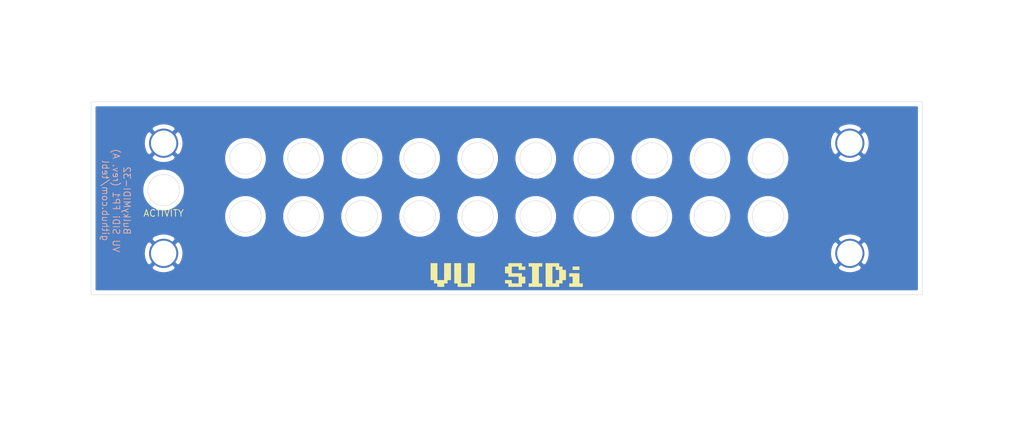
<source format=kicad_pcb>
(kicad_pcb (version 20171130) (host pcbnew "(5.1.8)-1")

  (general
    (thickness 1.6)
    (drawings 27)
    (tracks 0)
    (zones 0)
    (modules 5)
    (nets 2)
  )

  (page A4)
  (layers
    (0 F.Cu signal)
    (31 B.Cu signal)
    (32 B.Adhes user)
    (33 F.Adhes user)
    (34 B.Paste user)
    (35 F.Paste user)
    (36 B.SilkS user)
    (37 F.SilkS user)
    (38 B.Mask user)
    (39 F.Mask user)
    (40 Dwgs.User user)
    (41 Cmts.User user)
    (42 Eco1.User user)
    (43 Eco2.User user)
    (44 Edge.Cuts user)
    (45 Margin user)
    (46 B.CrtYd user)
    (47 F.CrtYd user)
    (48 B.Fab user hide)
    (49 F.Fab user)
  )

  (setup
    (last_trace_width 0.25)
    (trace_clearance 0.2)
    (zone_clearance 0.508)
    (zone_45_only no)
    (trace_min 0.2)
    (via_size 0.8)
    (via_drill 0.4)
    (via_min_size 0.4)
    (via_min_drill 0.3)
    (uvia_size 0.3)
    (uvia_drill 0.1)
    (uvias_allowed no)
    (uvia_min_size 0.2)
    (uvia_min_drill 0.1)
    (edge_width 0.05)
    (segment_width 0.2)
    (pcb_text_width 0.3)
    (pcb_text_size 1.5 1.5)
    (mod_edge_width 0.12)
    (mod_text_size 1 1)
    (mod_text_width 0.15)
    (pad_size 1.524 1.524)
    (pad_drill 0.762)
    (pad_to_mask_clearance 0)
    (aux_axis_origin 0 0)
    (grid_origin 141.09 121.579)
    (visible_elements 7FFFFFFF)
    (pcbplotparams
      (layerselection 0x011fc_ffffffff)
      (usegerberextensions true)
      (usegerberattributes false)
      (usegerberadvancedattributes false)
      (creategerberjobfile false)
      (excludeedgelayer true)
      (linewidth 0.100000)
      (plotframeref false)
      (viasonmask false)
      (mode 1)
      (useauxorigin false)
      (hpglpennumber 1)
      (hpglpenspeed 20)
      (hpglpendiameter 15.000000)
      (psnegative false)
      (psa4output false)
      (plotreference true)
      (plotvalue true)
      (plotinvisibletext false)
      (padsonsilk false)
      (subtractmaskfromsilk false)
      (outputformat 1)
      (mirror false)
      (drillshape 0)
      (scaleselection 1)
      (outputdirectory "export/"))
  )

  (net 0 "")
  (net 1 "Net-(M1-Pad1)")

  (net_class Default "This is the default net class."
    (clearance 0.2)
    (trace_width 0.25)
    (via_dia 0.8)
    (via_drill 0.4)
    (uvia_dia 0.3)
    (uvia_drill 0.1)
    (add_net "Net-(M1-Pad1)")
  )

  (net_class PWR ""
    (clearance 0.2)
    (trace_width 0.381)
    (via_dia 0.8)
    (via_drill 0.4)
    (uvia_dia 0.3)
    (uvia_drill 0.1)
  )

  (module "artwork:VU SIDi" locked (layer F.Cu) (tedit 0) (tstamp 62875537)
    (at 141.09 131.8025)
    (fp_text reference G*** (at 0 0) (layer F.SilkS) hide
      (effects (font (size 1.524 1.524) (thickness 0.3)))
    )
    (fp_text value LOGO (at 0.75 0) (layer F.SilkS) hide
      (effects (font (size 1.524 1.524) (thickness 0.3)))
    )
    (fp_poly (pts (xy -8.33954 0.610211) (xy -7.525926 0.610211) (xy -7.525926 -1.423823) (xy -6.712313 -1.423823)
      (xy -6.712313 0.610211) (xy -7.119119 0.610211) (xy -7.119119 1.017017) (xy -7.525926 1.017017)
      (xy -7.525926 1.423824) (xy -8.33954 1.423824) (xy -8.33954 1.017017) (xy -8.746347 1.017017)
      (xy -8.746347 0.610211) (xy -9.153153 0.610211) (xy -9.153153 -1.423823) (xy -8.33954 -1.423823)
      (xy -8.33954 0.610211)) (layer F.SilkS) (width 0.01))
    (fp_poly (pts (xy -5.491892 1.017017) (xy -4.678279 1.017017) (xy -4.678279 -1.423823) (xy -3.864665 -1.423823)
      (xy -3.864665 1.017017) (xy -4.271472 1.017017) (xy -4.271472 1.423824) (xy -5.898699 1.423824)
      (xy -5.898699 1.017017) (xy -6.305506 1.017017) (xy -6.305506 -1.423823) (xy -5.491892 -1.423823)
      (xy -5.491892 1.017017)) (layer F.SilkS) (width 0.01))
    (fp_poly (pts (xy 1.83063 -1.017017) (xy 2.237437 -1.017017) (xy 2.237437 -0.61021) (xy 1.423823 -0.61021)
      (xy 1.423823 -1.017017) (xy 0.61021 -1.017017) (xy 0.61021 -0.203403) (xy 1.83063 -0.203403)
      (xy 1.83063 0.203404) (xy 2.237437 0.203404) (xy 2.237437 1.017017) (xy 1.83063 1.017017)
      (xy 1.83063 1.423824) (xy 0.203403 1.423824) (xy 0.203403 1.017017) (xy -0.203404 1.017017)
      (xy -0.203404 0.610211) (xy 0.61021 0.610211) (xy 0.61021 1.017017) (xy 1.423823 1.017017)
      (xy 1.423823 0.203404) (xy 0.203403 0.203404) (xy 0.203403 -0.203403) (xy -0.203404 -0.203403)
      (xy -0.203404 -1.017017) (xy 0.203403 -1.017017) (xy 0.203403 -1.423823) (xy 1.83063 -1.423823)
      (xy 1.83063 -1.017017)) (layer F.SilkS) (width 0.01))
    (fp_poly (pts (xy 4.271471 -1.017017) (xy 3.864664 -1.017017) (xy 3.864664 1.017017) (xy 4.271471 1.017017)
      (xy 4.271471 1.423824) (xy 2.644244 1.423824) (xy 2.644244 1.017017) (xy 3.051051 1.017017)
      (xy 3.051051 -1.017017) (xy 2.644244 -1.017017) (xy 2.644244 -1.423823) (xy 4.271471 -1.423823)
      (xy 4.271471 -1.017017)) (layer F.SilkS) (width 0.01))
    (fp_poly (pts (xy 6.305505 -1.017017) (xy 6.712312 -1.017017) (xy 6.712312 -0.61021) (xy 7.119119 -0.61021)
      (xy 7.119119 0.610211) (xy 6.712312 0.610211) (xy 6.712312 1.017017) (xy 6.305505 1.017017)
      (xy 6.305505 1.423824) (xy 4.678278 1.423824) (xy 4.678278 -1.017017) (xy 5.491892 -1.017017)
      (xy 5.491892 1.017017) (xy 5.898698 1.017017) (xy 5.898698 0.610211) (xy 6.305505 0.610211)
      (xy 6.305505 -0.61021) (xy 5.898698 -0.61021) (xy 5.898698 -1.017017) (xy 5.491892 -1.017017)
      (xy 4.678278 -1.017017) (xy 4.678278 -1.423823) (xy 6.305505 -1.423823) (xy 6.305505 -1.017017)) (layer F.SilkS) (width 0.01))
    (fp_poly (pts (xy 8.746346 1.017017) (xy 9.153153 1.017017) (xy 9.153153 1.423824) (xy 7.525926 1.423824)
      (xy 7.525926 1.017017) (xy 7.932732 1.017017) (xy 7.932732 0.203404) (xy 7.525926 0.203404)
      (xy 7.525926 -0.203403) (xy 8.746346 -0.203403) (xy 8.746346 1.017017)) (layer F.SilkS) (width 0.01))
    (fp_poly (pts (xy 8.746346 -0.61021) (xy 7.932732 -0.61021) (xy 7.932732 -1.017017) (xy 8.746346 -1.017017)
      (xy 8.746346 -0.61021)) (layer F.SilkS) (width 0.01))
  )

  (module mounting:M3_pin (layer F.Cu) (tedit 5F76331A) (tstamp 6282A424)
    (at 99.815 129.199)
    (descr "module 1 pin (ou trou mecanique de percage)")
    (tags DEV)
    (path /6282631C)
    (fp_text reference M1 (at 3.048 0) (layer F.Fab) hide
      (effects (font (size 1 1) (thickness 0.15)))
    )
    (fp_text value Mounting_Pin (at 0 3) (layer F.Fab) hide
      (effects (font (size 1 1) (thickness 0.15)))
    )
    (fp_circle (center 0 0) (end 2 0.8) (layer F.Fab) (width 0.1))
    (fp_circle (center 0 0) (end 2.6 0) (layer F.CrtYd) (width 0.05))
    (pad 1 thru_hole circle (at 0 0) (size 3.5 3.5) (drill 3.048) (layers *.Cu *.Mask)
      (net 1 "Net-(M1-Pad1)") (solder_mask_margin 0.8))
  )

  (module mounting:M3_pin (layer F.Cu) (tedit 5F76331A) (tstamp 6282A42B)
    (at 182.365 129.199)
    (descr "module 1 pin (ou trou mecanique de percage)")
    (tags DEV)
    (path /62826824)
    (fp_text reference M2 (at 0 -3.048) (layer F.Fab) hide
      (effects (font (size 1 1) (thickness 0.15)))
    )
    (fp_text value Mounting_Pin (at 0 3) (layer F.Fab) hide
      (effects (font (size 1 1) (thickness 0.15)))
    )
    (fp_circle (center 0 0) (end 2.6 0) (layer F.CrtYd) (width 0.05))
    (fp_circle (center 0 0) (end 2 0.8) (layer F.Fab) (width 0.1))
    (pad 1 thru_hole circle (at 0 0) (size 3.5 3.5) (drill 3.048) (layers *.Cu *.Mask)
      (net 1 "Net-(M1-Pad1)") (solder_mask_margin 0.8))
  )

  (module mounting:M3_pin (layer F.Cu) (tedit 5F76331A) (tstamp 6282A432)
    (at 182.365 115.949)
    (descr "module 1 pin (ou trou mecanique de percage)")
    (tags DEV)
    (path /62826D8F)
    (fp_text reference M3 (at 0 -3.048) (layer F.Fab) hide
      (effects (font (size 1 1) (thickness 0.15)))
    )
    (fp_text value Mounting_Pin (at 0 3) (layer F.Fab) hide
      (effects (font (size 1 1) (thickness 0.15)))
    )
    (fp_circle (center 0 0) (end 2 0.8) (layer F.Fab) (width 0.1))
    (fp_circle (center 0 0) (end 2.6 0) (layer F.CrtYd) (width 0.05))
    (pad 1 thru_hole circle (at 0 0) (size 3.5 3.5) (drill 3.048) (layers *.Cu *.Mask)
      (net 1 "Net-(M1-Pad1)") (solder_mask_margin 0.8))
  )

  (module mounting:M3_pin (layer F.Cu) (tedit 5F76331A) (tstamp 6282A439)
    (at 99.815 115.949)
    (descr "module 1 pin (ou trou mecanique de percage)")
    (tags DEV)
    (path /62827110)
    (fp_text reference M4 (at 0 -3.048) (layer F.Fab) hide
      (effects (font (size 1 1) (thickness 0.15)))
    )
    (fp_text value Mounting_Pin (at 0 3) (layer F.Fab) hide
      (effects (font (size 1 1) (thickness 0.15)))
    )
    (fp_circle (center 0 0) (end 2.6 0) (layer F.CrtYd) (width 0.05))
    (fp_circle (center 0 0) (end 2 0.8) (layer F.Fab) (width 0.1))
    (pad 1 thru_hole circle (at 0 0) (size 3.5 3.5) (drill 3.048) (layers *.Cu *.Mask)
      (net 1 "Net-(M1-Pad1)") (solder_mask_margin 0.8))
  )

  (gr_circle (center 172.5225 124.754) (end 174.4225 124.754) (layer Edge.Cuts) (width 0.05) (tstamp 6286F378))
  (gr_circle (center 165.5375 124.754) (end 167.4375 124.754) (layer Edge.Cuts) (width 0.05) (tstamp 6286F378))
  (gr_circle (center 158.5525 124.754) (end 160.4525 124.754) (layer Edge.Cuts) (width 0.05) (tstamp 6286F378))
  (gr_circle (center 151.5675 124.754) (end 153.4675 124.754) (layer Edge.Cuts) (width 0.05) (tstamp 6286F378))
  (gr_circle (center 144.5825 124.754) (end 146.4825 124.754) (layer Edge.Cuts) (width 0.05) (tstamp 6286F378))
  (gr_circle (center 137.5975 124.754) (end 139.4975 124.754) (layer Edge.Cuts) (width 0.05) (tstamp 6286F378))
  (gr_circle (center 130.6125 124.754) (end 132.5125 124.754) (layer Edge.Cuts) (width 0.05) (tstamp 6286F378))
  (gr_circle (center 123.6275 124.754) (end 125.5275 124.754) (layer Edge.Cuts) (width 0.05) (tstamp 6286F378))
  (gr_circle (center 116.6425 124.754) (end 118.5425 124.754) (layer Edge.Cuts) (width 0.05) (tstamp 6286F378))
  (gr_circle (center 172.5225 117.769) (end 174.4225 117.769) (layer Edge.Cuts) (width 0.05) (tstamp 6286F378))
  (gr_circle (center 165.5375 117.769) (end 167.4375 117.769) (layer Edge.Cuts) (width 0.05) (tstamp 6286F378))
  (gr_circle (center 158.5525 117.769) (end 160.4525 117.769) (layer Edge.Cuts) (width 0.05) (tstamp 6286F378))
  (gr_circle (center 151.5675 117.769) (end 153.4675 117.769) (layer Edge.Cuts) (width 0.05) (tstamp 6286F378))
  (gr_circle (center 144.5825 117.769) (end 146.4825 117.769) (layer Edge.Cuts) (width 0.05) (tstamp 6286F378))
  (gr_circle (center 137.5975 117.769) (end 139.4975 117.769) (layer Edge.Cuts) (width 0.05) (tstamp 6286F378))
  (gr_circle (center 130.6125 117.769) (end 132.5125 117.769) (layer Edge.Cuts) (width 0.05) (tstamp 6286F378))
  (gr_circle (center 123.691 117.769) (end 125.591 117.769) (layer Edge.Cuts) (width 0.05) (tstamp 6286F378))
  (gr_circle (center 116.6425 117.769) (end 118.5425 117.769) (layer Edge.Cuts) (width 0.05) (tstamp 6286F378))
  (gr_circle (center 109.6575 117.769) (end 111.5575 117.769) (layer Edge.Cuts) (width 0.05) (tstamp 6286F378))
  (gr_circle (center 109.6575 124.754) (end 111.5575 124.754) (layer Edge.Cuts) (width 0.05) (tstamp 6286F2EE))
  (gr_text ACTIVITY (at 99.815 124.373) (layer F.SilkS) (tstamp 6286F27F)
    (effects (font (size 0.8 0.8) (thickness 0.1)))
  )
  (gr_circle (center 99.815 121.579) (end 101.715 121.579) (layer Edge.Cuts) (width 0.05) (tstamp 6286F27E))
  (gr_text "BulkyMIDI-32\nVU SIDi FP1 (rev. A)\ngithub.com/tebl" (at 94.1 122.849 270) (layer B.SilkS)
    (effects (font (size 0.8 0.8) (thickness 0.1)) (justify mirror))
  )
  (gr_line (start 191.09 110.974) (end 91.09 110.974) (layer Edge.Cuts) (width 0.05) (tstamp 6282E721))
  (gr_line (start 91.09 134.174) (end 191.09 134.174) (layer Edge.Cuts) (width 0.05) (tstamp 6282E1A2))
  (gr_line (start 91.09 110.974) (end 91.09 134.174) (layer Edge.Cuts) (width 0.05))
  (gr_line (start 191.09 134.174) (end 191.09 110.974) (layer Edge.Cuts) (width 0.05))

  (zone (net 1) (net_name "Net-(M1-Pad1)") (layer B.Cu) (tstamp 0) (hatch edge 0.508)
    (connect_pads (clearance 0.508))
    (min_thickness 0.254)
    (fill yes (arc_segments 32) (thermal_gap 0.508) (thermal_bridge_width 0.508))
    (polygon
      (pts
        (xy 203.32 151.424) (xy 80.13 151.424) (xy 80.13 98.719) (xy 203.32 98.719)
      )
    )
    (filled_polygon
      (pts
        (xy 190.43 133.514) (xy 91.75 133.514) (xy 91.75 130.868609) (xy 98.324997 130.868609) (xy 98.511073 131.209766)
        (xy 98.928409 131.425513) (xy 99.379815 131.555696) (xy 99.847946 131.595313) (xy 100.314811 131.542842) (xy 100.762468 131.400297)
        (xy 101.118927 131.209766) (xy 101.305003 130.868609) (xy 180.874997 130.868609) (xy 181.061073 131.209766) (xy 181.478409 131.425513)
        (xy 181.929815 131.555696) (xy 182.397946 131.595313) (xy 182.864811 131.542842) (xy 183.312468 131.400297) (xy 183.668927 131.209766)
        (xy 183.855003 130.868609) (xy 182.365 129.378605) (xy 180.874997 130.868609) (xy 101.305003 130.868609) (xy 99.815 129.378605)
        (xy 98.324997 130.868609) (xy 91.75 130.868609) (xy 91.75 129.231946) (xy 97.418687 129.231946) (xy 97.471158 129.698811)
        (xy 97.613703 130.146468) (xy 97.804234 130.502927) (xy 98.145391 130.689003) (xy 99.635395 129.199) (xy 99.994605 129.199)
        (xy 101.484609 130.689003) (xy 101.825766 130.502927) (xy 102.041513 130.085591) (xy 102.171696 129.634185) (xy 102.205736 129.231946)
        (xy 179.968687 129.231946) (xy 180.021158 129.698811) (xy 180.163703 130.146468) (xy 180.354234 130.502927) (xy 180.695391 130.689003)
        (xy 182.185395 129.199) (xy 182.544605 129.199) (xy 184.034609 130.689003) (xy 184.375766 130.502927) (xy 184.591513 130.085591)
        (xy 184.721696 129.634185) (xy 184.761313 129.166054) (xy 184.708842 128.699189) (xy 184.566297 128.251532) (xy 184.375766 127.895073)
        (xy 184.034609 127.708997) (xy 182.544605 129.199) (xy 182.185395 129.199) (xy 180.695391 127.708997) (xy 180.354234 127.895073)
        (xy 180.138487 128.312409) (xy 180.008304 128.763815) (xy 179.968687 129.231946) (xy 102.205736 129.231946) (xy 102.211313 129.166054)
        (xy 102.158842 128.699189) (xy 102.016297 128.251532) (xy 101.825766 127.895073) (xy 101.484609 127.708997) (xy 99.994605 129.199)
        (xy 99.635395 129.199) (xy 98.145391 127.708997) (xy 97.804234 127.895073) (xy 97.588487 128.312409) (xy 97.458304 128.763815)
        (xy 97.418687 129.231946) (xy 91.75 129.231946) (xy 91.75 127.529391) (xy 98.324997 127.529391) (xy 99.815 129.019395)
        (xy 101.305003 127.529391) (xy 180.874997 127.529391) (xy 182.365 129.019395) (xy 183.855003 127.529391) (xy 183.668927 127.188234)
        (xy 183.251591 126.972487) (xy 182.800185 126.842304) (xy 182.332054 126.802687) (xy 181.865189 126.855158) (xy 181.417532 126.997703)
        (xy 181.061073 127.188234) (xy 180.874997 127.529391) (xy 101.305003 127.529391) (xy 101.118927 127.188234) (xy 100.701591 126.972487)
        (xy 100.250185 126.842304) (xy 99.782054 126.802687) (xy 99.315189 126.855158) (xy 98.867532 126.997703) (xy 98.511073 127.188234)
        (xy 98.324997 127.529391) (xy 91.75 127.529391) (xy 91.75 124.501116) (xy 107.089923 124.501116) (xy 107.089923 125.006884)
        (xy 107.188594 125.502934) (xy 107.382143 125.970204) (xy 107.663133 126.390735) (xy 108.020765 126.748367) (xy 108.441296 127.029357)
        (xy 108.908566 127.222906) (xy 109.404616 127.321577) (xy 109.910384 127.321577) (xy 110.406434 127.222906) (xy 110.873704 127.029357)
        (xy 111.294235 126.748367) (xy 111.651867 126.390735) (xy 111.932857 125.970204) (xy 112.126406 125.502934) (xy 112.225077 125.006884)
        (xy 112.225077 124.501116) (xy 114.074923 124.501116) (xy 114.074923 125.006884) (xy 114.173594 125.502934) (xy 114.367143 125.970204)
        (xy 114.648133 126.390735) (xy 115.005765 126.748367) (xy 115.426296 127.029357) (xy 115.893566 127.222906) (xy 116.389616 127.321577)
        (xy 116.895384 127.321577) (xy 117.391434 127.222906) (xy 117.858704 127.029357) (xy 118.279235 126.748367) (xy 118.636867 126.390735)
        (xy 118.917857 125.970204) (xy 119.111406 125.502934) (xy 119.210077 125.006884) (xy 119.210077 124.501116) (xy 121.059923 124.501116)
        (xy 121.059923 125.006884) (xy 121.158594 125.502934) (xy 121.352143 125.970204) (xy 121.633133 126.390735) (xy 121.990765 126.748367)
        (xy 122.411296 127.029357) (xy 122.878566 127.222906) (xy 123.374616 127.321577) (xy 123.880384 127.321577) (xy 124.376434 127.222906)
        (xy 124.843704 127.029357) (xy 125.264235 126.748367) (xy 125.621867 126.390735) (xy 125.902857 125.970204) (xy 126.096406 125.502934)
        (xy 126.195077 125.006884) (xy 126.195077 124.501116) (xy 128.044923 124.501116) (xy 128.044923 125.006884) (xy 128.143594 125.502934)
        (xy 128.337143 125.970204) (xy 128.618133 126.390735) (xy 128.975765 126.748367) (xy 129.396296 127.029357) (xy 129.863566 127.222906)
        (xy 130.359616 127.321577) (xy 130.865384 127.321577) (xy 131.361434 127.222906) (xy 131.828704 127.029357) (xy 132.249235 126.748367)
        (xy 132.606867 126.390735) (xy 132.887857 125.970204) (xy 133.081406 125.502934) (xy 133.180077 125.006884) (xy 133.180077 124.501116)
        (xy 135.029923 124.501116) (xy 135.029923 125.006884) (xy 135.128594 125.502934) (xy 135.322143 125.970204) (xy 135.603133 126.390735)
        (xy 135.960765 126.748367) (xy 136.381296 127.029357) (xy 136.848566 127.222906) (xy 137.344616 127.321577) (xy 137.850384 127.321577)
        (xy 138.346434 127.222906) (xy 138.813704 127.029357) (xy 139.234235 126.748367) (xy 139.591867 126.390735) (xy 139.872857 125.970204)
        (xy 140.066406 125.502934) (xy 140.165077 125.006884) (xy 140.165077 124.501116) (xy 142.014923 124.501116) (xy 142.014923 125.006884)
        (xy 142.113594 125.502934) (xy 142.307143 125.970204) (xy 142.588133 126.390735) (xy 142.945765 126.748367) (xy 143.366296 127.029357)
        (xy 143.833566 127.222906) (xy 144.329616 127.321577) (xy 144.835384 127.321577) (xy 145.331434 127.222906) (xy 145.798704 127.029357)
        (xy 146.219235 126.748367) (xy 146.576867 126.390735) (xy 146.857857 125.970204) (xy 147.051406 125.502934) (xy 147.150077 125.006884)
        (xy 147.150077 124.501116) (xy 148.999923 124.501116) (xy 148.999923 125.006884) (xy 149.098594 125.502934) (xy 149.292143 125.970204)
        (xy 149.573133 126.390735) (xy 149.930765 126.748367) (xy 150.351296 127.029357) (xy 150.818566 127.222906) (xy 151.314616 127.321577)
        (xy 151.820384 127.321577) (xy 152.316434 127.222906) (xy 152.783704 127.029357) (xy 153.204235 126.748367) (xy 153.561867 126.390735)
        (xy 153.842857 125.970204) (xy 154.036406 125.502934) (xy 154.135077 125.006884) (xy 154.135077 124.501116) (xy 155.984923 124.501116)
        (xy 155.984923 125.006884) (xy 156.083594 125.502934) (xy 156.277143 125.970204) (xy 156.558133 126.390735) (xy 156.915765 126.748367)
        (xy 157.336296 127.029357) (xy 157.803566 127.222906) (xy 158.299616 127.321577) (xy 158.805384 127.321577) (xy 159.301434 127.222906)
        (xy 159.768704 127.029357) (xy 160.189235 126.748367) (xy 160.546867 126.390735) (xy 160.827857 125.970204) (xy 161.021406 125.502934)
        (xy 161.120077 125.006884) (xy 161.120077 124.501116) (xy 162.969923 124.501116) (xy 162.969923 125.006884) (xy 163.068594 125.502934)
        (xy 163.262143 125.970204) (xy 163.543133 126.390735) (xy 163.900765 126.748367) (xy 164.321296 127.029357) (xy 164.788566 127.222906)
        (xy 165.284616 127.321577) (xy 165.790384 127.321577) (xy 166.286434 127.222906) (xy 166.753704 127.029357) (xy 167.174235 126.748367)
        (xy 167.531867 126.390735) (xy 167.812857 125.970204) (xy 168.006406 125.502934) (xy 168.105077 125.006884) (xy 168.105077 124.501116)
        (xy 169.954923 124.501116) (xy 169.954923 125.006884) (xy 170.053594 125.502934) (xy 170.247143 125.970204) (xy 170.528133 126.390735)
        (xy 170.885765 126.748367) (xy 171.306296 127.029357) (xy 171.773566 127.222906) (xy 172.269616 127.321577) (xy 172.775384 127.321577)
        (xy 173.271434 127.222906) (xy 173.738704 127.029357) (xy 174.159235 126.748367) (xy 174.516867 126.390735) (xy 174.797857 125.970204)
        (xy 174.991406 125.502934) (xy 175.090077 125.006884) (xy 175.090077 124.501116) (xy 174.991406 124.005066) (xy 174.797857 123.537796)
        (xy 174.516867 123.117265) (xy 174.159235 122.759633) (xy 173.738704 122.478643) (xy 173.271434 122.285094) (xy 172.775384 122.186423)
        (xy 172.269616 122.186423) (xy 171.773566 122.285094) (xy 171.306296 122.478643) (xy 170.885765 122.759633) (xy 170.528133 123.117265)
        (xy 170.247143 123.537796) (xy 170.053594 124.005066) (xy 169.954923 124.501116) (xy 168.105077 124.501116) (xy 168.006406 124.005066)
        (xy 167.812857 123.537796) (xy 167.531867 123.117265) (xy 167.174235 122.759633) (xy 166.753704 122.478643) (xy 166.286434 122.285094)
        (xy 165.790384 122.186423) (xy 165.284616 122.186423) (xy 164.788566 122.285094) (xy 164.321296 122.478643) (xy 163.900765 122.759633)
        (xy 163.543133 123.117265) (xy 163.262143 123.537796) (xy 163.068594 124.005066) (xy 162.969923 124.501116) (xy 161.120077 124.501116)
        (xy 161.021406 124.005066) (xy 160.827857 123.537796) (xy 160.546867 123.117265) (xy 160.189235 122.759633) (xy 159.768704 122.478643)
        (xy 159.301434 122.285094) (xy 158.805384 122.186423) (xy 158.299616 122.186423) (xy 157.803566 122.285094) (xy 157.336296 122.478643)
        (xy 156.915765 122.759633) (xy 156.558133 123.117265) (xy 156.277143 123.537796) (xy 156.083594 124.005066) (xy 155.984923 124.501116)
        (xy 154.135077 124.501116) (xy 154.036406 124.005066) (xy 153.842857 123.537796) (xy 153.561867 123.117265) (xy 153.204235 122.759633)
        (xy 152.783704 122.478643) (xy 152.316434 122.285094) (xy 151.820384 122.186423) (xy 151.314616 122.186423) (xy 150.818566 122.285094)
        (xy 150.351296 122.478643) (xy 149.930765 122.759633) (xy 149.573133 123.117265) (xy 149.292143 123.537796) (xy 149.098594 124.005066)
        (xy 148.999923 124.501116) (xy 147.150077 124.501116) (xy 147.051406 124.005066) (xy 146.857857 123.537796) (xy 146.576867 123.117265)
        (xy 146.219235 122.759633) (xy 145.798704 122.478643) (xy 145.331434 122.285094) (xy 144.835384 122.186423) (xy 144.329616 122.186423)
        (xy 143.833566 122.285094) (xy 143.366296 122.478643) (xy 142.945765 122.759633) (xy 142.588133 123.117265) (xy 142.307143 123.537796)
        (xy 142.113594 124.005066) (xy 142.014923 124.501116) (xy 140.165077 124.501116) (xy 140.066406 124.005066) (xy 139.872857 123.537796)
        (xy 139.591867 123.117265) (xy 139.234235 122.759633) (xy 138.813704 122.478643) (xy 138.346434 122.285094) (xy 137.850384 122.186423)
        (xy 137.344616 122.186423) (xy 136.848566 122.285094) (xy 136.381296 122.478643) (xy 135.960765 122.759633) (xy 135.603133 123.117265)
        (xy 135.322143 123.537796) (xy 135.128594 124.005066) (xy 135.029923 124.501116) (xy 133.180077 124.501116) (xy 133.081406 124.005066)
        (xy 132.887857 123.537796) (xy 132.606867 123.117265) (xy 132.249235 122.759633) (xy 131.828704 122.478643) (xy 131.361434 122.285094)
        (xy 130.865384 122.186423) (xy 130.359616 122.186423) (xy 129.863566 122.285094) (xy 129.396296 122.478643) (xy 128.975765 122.759633)
        (xy 128.618133 123.117265) (xy 128.337143 123.537796) (xy 128.143594 124.005066) (xy 128.044923 124.501116) (xy 126.195077 124.501116)
        (xy 126.096406 124.005066) (xy 125.902857 123.537796) (xy 125.621867 123.117265) (xy 125.264235 122.759633) (xy 124.843704 122.478643)
        (xy 124.376434 122.285094) (xy 123.880384 122.186423) (xy 123.374616 122.186423) (xy 122.878566 122.285094) (xy 122.411296 122.478643)
        (xy 121.990765 122.759633) (xy 121.633133 123.117265) (xy 121.352143 123.537796) (xy 121.158594 124.005066) (xy 121.059923 124.501116)
        (xy 119.210077 124.501116) (xy 119.111406 124.005066) (xy 118.917857 123.537796) (xy 118.636867 123.117265) (xy 118.279235 122.759633)
        (xy 117.858704 122.478643) (xy 117.391434 122.285094) (xy 116.895384 122.186423) (xy 116.389616 122.186423) (xy 115.893566 122.285094)
        (xy 115.426296 122.478643) (xy 115.005765 122.759633) (xy 114.648133 123.117265) (xy 114.367143 123.537796) (xy 114.173594 124.005066)
        (xy 114.074923 124.501116) (xy 112.225077 124.501116) (xy 112.126406 124.005066) (xy 111.932857 123.537796) (xy 111.651867 123.117265)
        (xy 111.294235 122.759633) (xy 110.873704 122.478643) (xy 110.406434 122.285094) (xy 109.910384 122.186423) (xy 109.404616 122.186423)
        (xy 108.908566 122.285094) (xy 108.441296 122.478643) (xy 108.020765 122.759633) (xy 107.663133 123.117265) (xy 107.382143 123.537796)
        (xy 107.188594 124.005066) (xy 107.089923 124.501116) (xy 91.75 124.501116) (xy 91.75 121.326116) (xy 97.247423 121.326116)
        (xy 97.247423 121.831884) (xy 97.346094 122.327934) (xy 97.539643 122.795204) (xy 97.820633 123.215735) (xy 98.178265 123.573367)
        (xy 98.598796 123.854357) (xy 99.066066 124.047906) (xy 99.562116 124.146577) (xy 100.067884 124.146577) (xy 100.563934 124.047906)
        (xy 101.031204 123.854357) (xy 101.451735 123.573367) (xy 101.809367 123.215735) (xy 102.090357 122.795204) (xy 102.283906 122.327934)
        (xy 102.382577 121.831884) (xy 102.382577 121.326116) (xy 102.283906 120.830066) (xy 102.090357 120.362796) (xy 101.809367 119.942265)
        (xy 101.451735 119.584633) (xy 101.031204 119.303643) (xy 100.563934 119.110094) (xy 100.067884 119.011423) (xy 99.562116 119.011423)
        (xy 99.066066 119.110094) (xy 98.598796 119.303643) (xy 98.178265 119.584633) (xy 97.820633 119.942265) (xy 97.539643 120.362796)
        (xy 97.346094 120.830066) (xy 97.247423 121.326116) (xy 91.75 121.326116) (xy 91.75 117.618609) (xy 98.324997 117.618609)
        (xy 98.511073 117.959766) (xy 98.928409 118.175513) (xy 99.379815 118.305696) (xy 99.847946 118.345313) (xy 100.314811 118.292842)
        (xy 100.762468 118.150297) (xy 101.118927 117.959766) (xy 101.305003 117.618609) (xy 101.202511 117.516116) (xy 107.089923 117.516116)
        (xy 107.089923 118.021884) (xy 107.188594 118.517934) (xy 107.382143 118.985204) (xy 107.663133 119.405735) (xy 108.020765 119.763367)
        (xy 108.441296 120.044357) (xy 108.908566 120.237906) (xy 109.404616 120.336577) (xy 109.910384 120.336577) (xy 110.406434 120.237906)
        (xy 110.873704 120.044357) (xy 111.294235 119.763367) (xy 111.651867 119.405735) (xy 111.932857 118.985204) (xy 112.126406 118.517934)
        (xy 112.225077 118.021884) (xy 112.225077 117.516116) (xy 114.074923 117.516116) (xy 114.074923 118.021884) (xy 114.173594 118.517934)
        (xy 114.367143 118.985204) (xy 114.648133 119.405735) (xy 115.005765 119.763367) (xy 115.426296 120.044357) (xy 115.893566 120.237906)
        (xy 116.389616 120.336577) (xy 116.895384 120.336577) (xy 117.391434 120.237906) (xy 117.858704 120.044357) (xy 118.279235 119.763367)
        (xy 118.636867 119.405735) (xy 118.917857 118.985204) (xy 119.111406 118.517934) (xy 119.210077 118.021884) (xy 119.210077 117.516116)
        (xy 121.123423 117.516116) (xy 121.123423 118.021884) (xy 121.222094 118.517934) (xy 121.415643 118.985204) (xy 121.696633 119.405735)
        (xy 122.054265 119.763367) (xy 122.474796 120.044357) (xy 122.942066 120.237906) (xy 123.438116 120.336577) (xy 123.943884 120.336577)
        (xy 124.439934 120.237906) (xy 124.907204 120.044357) (xy 125.327735 119.763367) (xy 125.685367 119.405735) (xy 125.966357 118.985204)
        (xy 126.159906 118.517934) (xy 126.258577 118.021884) (xy 126.258577 117.516116) (xy 128.044923 117.516116) (xy 128.044923 118.021884)
        (xy 128.143594 118.517934) (xy 128.337143 118.985204) (xy 128.618133 119.405735) (xy 128.975765 119.763367) (xy 129.396296 120.044357)
        (xy 129.863566 120.237906) (xy 130.359616 120.336577) (xy 130.865384 120.336577) (xy 131.361434 120.237906) (xy 131.828704 120.044357)
        (xy 132.249235 119.763367) (xy 132.606867 119.405735) (xy 132.887857 118.985204) (xy 133.081406 118.517934) (xy 133.180077 118.021884)
        (xy 133.180077 117.516116) (xy 135.029923 117.516116) (xy 135.029923 118.021884) (xy 135.128594 118.517934) (xy 135.322143 118.985204)
        (xy 135.603133 119.405735) (xy 135.960765 119.763367) (xy 136.381296 120.044357) (xy 136.848566 120.237906) (xy 137.344616 120.336577)
        (xy 137.850384 120.336577) (xy 138.346434 120.237906) (xy 138.813704 120.044357) (xy 139.234235 119.763367) (xy 139.591867 119.405735)
        (xy 139.872857 118.985204) (xy 140.066406 118.517934) (xy 140.165077 118.021884) (xy 140.165077 117.516116) (xy 142.014923 117.516116)
        (xy 142.014923 118.021884) (xy 142.113594 118.517934) (xy 142.307143 118.985204) (xy 142.588133 119.405735) (xy 142.945765 119.763367)
        (xy 143.366296 120.044357) (xy 143.833566 120.237906) (xy 144.329616 120.336577) (xy 144.835384 120.336577) (xy 145.331434 120.237906)
        (xy 145.798704 120.044357) (xy 146.219235 119.763367) (xy 146.576867 119.405735) (xy 146.857857 118.985204) (xy 147.051406 118.517934)
        (xy 147.150077 118.021884) (xy 147.150077 117.516116) (xy 148.999923 117.516116) (xy 148.999923 118.021884) (xy 149.098594 118.517934)
        (xy 149.292143 118.985204) (xy 149.573133 119.405735) (xy 149.930765 119.763367) (xy 150.351296 120.044357) (xy 150.818566 120.237906)
        (xy 151.314616 120.336577) (xy 151.820384 120.336577) (xy 152.316434 120.237906) (xy 152.783704 120.044357) (xy 153.204235 119.763367)
        (xy 153.561867 119.405735) (xy 153.842857 118.985204) (xy 154.036406 118.517934) (xy 154.135077 118.021884) (xy 154.135077 117.516116)
        (xy 155.984923 117.516116) (xy 155.984923 118.021884) (xy 156.083594 118.517934) (xy 156.277143 118.985204) (xy 156.558133 119.405735)
        (xy 156.915765 119.763367) (xy 157.336296 120.044357) (xy 157.803566 120.237906) (xy 158.299616 120.336577) (xy 158.805384 120.336577)
        (xy 159.301434 120.237906) (xy 159.768704 120.044357) (xy 160.189235 119.763367) (xy 160.546867 119.405735) (xy 160.827857 118.985204)
        (xy 161.021406 118.517934) (xy 161.120077 118.021884) (xy 161.120077 117.516116) (xy 162.969923 117.516116) (xy 162.969923 118.021884)
        (xy 163.068594 118.517934) (xy 163.262143 118.985204) (xy 163.543133 119.405735) (xy 163.900765 119.763367) (xy 164.321296 120.044357)
        (xy 164.788566 120.237906) (xy 165.284616 120.336577) (xy 165.790384 120.336577) (xy 166.286434 120.237906) (xy 166.753704 120.044357)
        (xy 167.174235 119.763367) (xy 167.531867 119.405735) (xy 167.812857 118.985204) (xy 168.006406 118.517934) (xy 168.105077 118.021884)
        (xy 168.105077 117.516116) (xy 169.954923 117.516116) (xy 169.954923 118.021884) (xy 170.053594 118.517934) (xy 170.247143 118.985204)
        (xy 170.528133 119.405735) (xy 170.885765 119.763367) (xy 171.306296 120.044357) (xy 171.773566 120.237906) (xy 172.269616 120.336577)
        (xy 172.775384 120.336577) (xy 173.271434 120.237906) (xy 173.738704 120.044357) (xy 174.159235 119.763367) (xy 174.516867 119.405735)
        (xy 174.797857 118.985204) (xy 174.991406 118.517934) (xy 175.090077 118.021884) (xy 175.090077 117.618609) (xy 180.874997 117.618609)
        (xy 181.061073 117.959766) (xy 181.478409 118.175513) (xy 181.929815 118.305696) (xy 182.397946 118.345313) (xy 182.864811 118.292842)
        (xy 183.312468 118.150297) (xy 183.668927 117.959766) (xy 183.855003 117.618609) (xy 182.365 116.128605) (xy 180.874997 117.618609)
        (xy 175.090077 117.618609) (xy 175.090077 117.516116) (xy 174.991406 117.020066) (xy 174.797857 116.552796) (xy 174.516867 116.132265)
        (xy 174.366548 115.981946) (xy 179.968687 115.981946) (xy 180.021158 116.448811) (xy 180.163703 116.896468) (xy 180.354234 117.252927)
        (xy 180.695391 117.439003) (xy 182.185395 115.949) (xy 182.544605 115.949) (xy 184.034609 117.439003) (xy 184.375766 117.252927)
        (xy 184.591513 116.835591) (xy 184.721696 116.384185) (xy 184.761313 115.916054) (xy 184.708842 115.449189) (xy 184.566297 115.001532)
        (xy 184.375766 114.645073) (xy 184.034609 114.458997) (xy 182.544605 115.949) (xy 182.185395 115.949) (xy 180.695391 114.458997)
        (xy 180.354234 114.645073) (xy 180.138487 115.062409) (xy 180.008304 115.513815) (xy 179.968687 115.981946) (xy 174.366548 115.981946)
        (xy 174.159235 115.774633) (xy 173.738704 115.493643) (xy 173.271434 115.300094) (xy 172.775384 115.201423) (xy 172.269616 115.201423)
        (xy 171.773566 115.300094) (xy 171.306296 115.493643) (xy 170.885765 115.774633) (xy 170.528133 116.132265) (xy 170.247143 116.552796)
        (xy 170.053594 117.020066) (xy 169.954923 117.516116) (xy 168.105077 117.516116) (xy 168.006406 117.020066) (xy 167.812857 116.552796)
        (xy 167.531867 116.132265) (xy 167.174235 115.774633) (xy 166.753704 115.493643) (xy 166.286434 115.300094) (xy 165.790384 115.201423)
        (xy 165.284616 115.201423) (xy 164.788566 115.300094) (xy 164.321296 115.493643) (xy 163.900765 115.774633) (xy 163.543133 116.132265)
        (xy 163.262143 116.552796) (xy 163.068594 117.020066) (xy 162.969923 117.516116) (xy 161.120077 117.516116) (xy 161.021406 117.020066)
        (xy 160.827857 116.552796) (xy 160.546867 116.132265) (xy 160.189235 115.774633) (xy 159.768704 115.493643) (xy 159.301434 115.300094)
        (xy 158.805384 115.201423) (xy 158.299616 115.201423) (xy 157.803566 115.300094) (xy 157.336296 115.493643) (xy 156.915765 115.774633)
        (xy 156.558133 116.132265) (xy 156.277143 116.552796) (xy 156.083594 117.020066) (xy 155.984923 117.516116) (xy 154.135077 117.516116)
        (xy 154.036406 117.020066) (xy 153.842857 116.552796) (xy 153.561867 116.132265) (xy 153.204235 115.774633) (xy 152.783704 115.493643)
        (xy 152.316434 115.300094) (xy 151.820384 115.201423) (xy 151.314616 115.201423) (xy 150.818566 115.300094) (xy 150.351296 115.493643)
        (xy 149.930765 115.774633) (xy 149.573133 116.132265) (xy 149.292143 116.552796) (xy 149.098594 117.020066) (xy 148.999923 117.516116)
        (xy 147.150077 117.516116) (xy 147.051406 117.020066) (xy 146.857857 116.552796) (xy 146.576867 116.132265) (xy 146.219235 115.774633)
        (xy 145.798704 115.493643) (xy 145.331434 115.300094) (xy 144.835384 115.201423) (xy 144.329616 115.201423) (xy 143.833566 115.300094)
        (xy 143.366296 115.493643) (xy 142.945765 115.774633) (xy 142.588133 116.132265) (xy 142.307143 116.552796) (xy 142.113594 117.020066)
        (xy 142.014923 117.516116) (xy 140.165077 117.516116) (xy 140.066406 117.020066) (xy 139.872857 116.552796) (xy 139.591867 116.132265)
        (xy 139.234235 115.774633) (xy 138.813704 115.493643) (xy 138.346434 115.300094) (xy 137.850384 115.201423) (xy 137.344616 115.201423)
        (xy 136.848566 115.300094) (xy 136.381296 115.493643) (xy 135.960765 115.774633) (xy 135.603133 116.132265) (xy 135.322143 116.552796)
        (xy 135.128594 117.020066) (xy 135.029923 117.516116) (xy 133.180077 117.516116) (xy 133.081406 117.020066) (xy 132.887857 116.552796)
        (xy 132.606867 116.132265) (xy 132.249235 115.774633) (xy 131.828704 115.493643) (xy 131.361434 115.300094) (xy 130.865384 115.201423)
        (xy 130.359616 115.201423) (xy 129.863566 115.300094) (xy 129.396296 115.493643) (xy 128.975765 115.774633) (xy 128.618133 116.132265)
        (xy 128.337143 116.552796) (xy 128.143594 117.020066) (xy 128.044923 117.516116) (xy 126.258577 117.516116) (xy 126.159906 117.020066)
        (xy 125.966357 116.552796) (xy 125.685367 116.132265) (xy 125.327735 115.774633) (xy 124.907204 115.493643) (xy 124.439934 115.300094)
        (xy 123.943884 115.201423) (xy 123.438116 115.201423) (xy 122.942066 115.300094) (xy 122.474796 115.493643) (xy 122.054265 115.774633)
        (xy 121.696633 116.132265) (xy 121.415643 116.552796) (xy 121.222094 117.020066) (xy 121.123423 117.516116) (xy 119.210077 117.516116)
        (xy 119.111406 117.020066) (xy 118.917857 116.552796) (xy 118.636867 116.132265) (xy 118.279235 115.774633) (xy 117.858704 115.493643)
        (xy 117.391434 115.300094) (xy 116.895384 115.201423) (xy 116.389616 115.201423) (xy 115.893566 115.300094) (xy 115.426296 115.493643)
        (xy 115.005765 115.774633) (xy 114.648133 116.132265) (xy 114.367143 116.552796) (xy 114.173594 117.020066) (xy 114.074923 117.516116)
        (xy 112.225077 117.516116) (xy 112.126406 117.020066) (xy 111.932857 116.552796) (xy 111.651867 116.132265) (xy 111.294235 115.774633)
        (xy 110.873704 115.493643) (xy 110.406434 115.300094) (xy 109.910384 115.201423) (xy 109.404616 115.201423) (xy 108.908566 115.300094)
        (xy 108.441296 115.493643) (xy 108.020765 115.774633) (xy 107.663133 116.132265) (xy 107.382143 116.552796) (xy 107.188594 117.020066)
        (xy 107.089923 117.516116) (xy 101.202511 117.516116) (xy 99.815 116.128605) (xy 98.324997 117.618609) (xy 91.75 117.618609)
        (xy 91.75 115.981946) (xy 97.418687 115.981946) (xy 97.471158 116.448811) (xy 97.613703 116.896468) (xy 97.804234 117.252927)
        (xy 98.145391 117.439003) (xy 99.635395 115.949) (xy 99.994605 115.949) (xy 101.484609 117.439003) (xy 101.825766 117.252927)
        (xy 102.041513 116.835591) (xy 102.171696 116.384185) (xy 102.211313 115.916054) (xy 102.158842 115.449189) (xy 102.016297 115.001532)
        (xy 101.825766 114.645073) (xy 101.484609 114.458997) (xy 99.994605 115.949) (xy 99.635395 115.949) (xy 98.145391 114.458997)
        (xy 97.804234 114.645073) (xy 97.588487 115.062409) (xy 97.458304 115.513815) (xy 97.418687 115.981946) (xy 91.75 115.981946)
        (xy 91.75 114.279391) (xy 98.324997 114.279391) (xy 99.815 115.769395) (xy 101.305003 114.279391) (xy 180.874997 114.279391)
        (xy 182.365 115.769395) (xy 183.855003 114.279391) (xy 183.668927 113.938234) (xy 183.251591 113.722487) (xy 182.800185 113.592304)
        (xy 182.332054 113.552687) (xy 181.865189 113.605158) (xy 181.417532 113.747703) (xy 181.061073 113.938234) (xy 180.874997 114.279391)
        (xy 101.305003 114.279391) (xy 101.118927 113.938234) (xy 100.701591 113.722487) (xy 100.250185 113.592304) (xy 99.782054 113.552687)
        (xy 99.315189 113.605158) (xy 98.867532 113.747703) (xy 98.511073 113.938234) (xy 98.324997 114.279391) (xy 91.75 114.279391)
        (xy 91.75 111.634) (xy 190.430001 111.634)
      )
    )
  )
)

</source>
